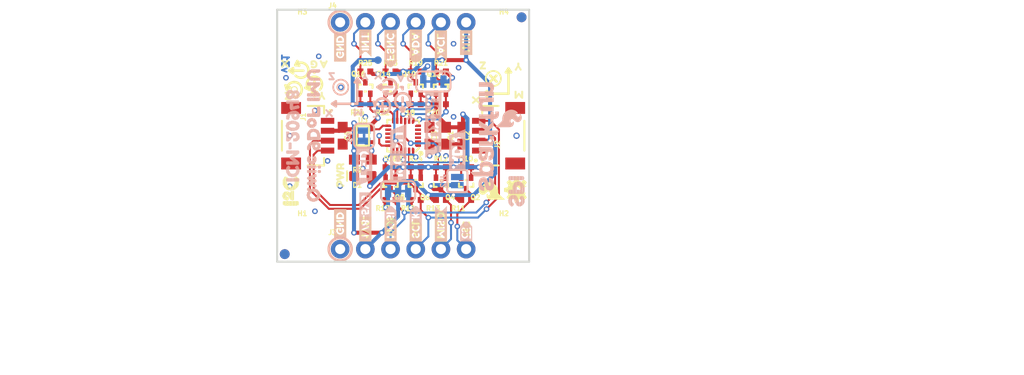
<source format=kicad_pcb>
(kicad_pcb (version 20211014) (generator pcbnew)
  (layers (0 "F.Cu" signal) (31 "B.Cu" signal) (34 "B.Paste" user) (35 "F.Paste" user) (36 "B.SilkS" user "B.Silkscreen") (37 "F.SilkS" user "F.Silkscreen") (38 "B.Mask" user) (39 "F.Mask" user) (44 "Edge.Cuts" user))
  (net 0 "")
  (net 1 "GND")
  (net 2 "N$1")
  (net 3 "INT")
  (net 4 "FSYNC")
  (net 5 "AD0/SDO")
  (net 6 "SDA/SDI")
  (net 7 "SCL/SCLK")
  (net 8 "~{CS}")
  (net 9 "AUX_DA")
  (net 10 "AUX_CL")
  (net 11 "1.8V")
  (net 12 "VIN")
  (net 13 "AUX_CL_VIN")
  (net 14 "AUX_DA_VIN")
  (net 15 "AD0/SDO_VIN")
  (net 16 "SDA/SDI_VIN")
  (net 17 "SCL/SCLK_VIN")
  (net 18 "~{CS}_VIN")
  (net 19 "FSYNC_VIN")
  (net 20 "INT_VIN")
  (net 21 "N$9")
  (net 22 "N$10")
  (net 23 "N$4")
  (net 24 "N$5")
  (net 25 "N$2")
  (net 26 "N$3")
  (footprint "boardEagle:SOT-416FL" (layer "F.Cu") (at 147.2311 99.6696)
    (fp_text reference "Q14")
    (fp_text value "20V/0.2A/8MHz/1.2Ω/1Vth")
  )
  (footprint "boardEagle:INT3" (layer "F.Cu") (at 144.6911 97.1296 90)
    (fp_text reference "U$21" hide)
    (fp_text value "" hide)
  )
  (footprint "boardEagle:Z2" (layer "F.Cu") (at 137.9093 100.9904 180)
    (fp_text reference "U$36" hide)
    (fp_text value "" hide)
  )
  (footprint "boardEagle:STAND-OFF" (layer "F.Cu") (at 138.3411 94.8436)
    (fp_text reference "H3")
    (fp_text value "STAND-OFF")
  )
  (footprint "boardEagle:0402-TIGHT" (layer "F.Cu") (at 154.8511 108.1786)
    (fp_text reference "R10")
    (fp_text value "2.2k")
  )
  (footprint "boardEagle:AD012" (layer "F.Cu") (at 152.3111 116.0526 90)
    (fp_text reference "U$17" hide)
    (fp_text value "" hide)
  )
  (footprint "boardEagle:ACL1" (layer "F.Cu") (at 152.3111 97.5106 90)
    (fp_text reference "U$19" hide)
    (fp_text value "" hide)
  )
  (footprint "boardEagle:0402-TIGHT" (layer "F.Cu") (at 149.7711 108.1786)
    (fp_text reference "R14")
    (fp_text value "2.2k")
  )
  (footprint "boardEagle:GND4" (layer "F.Cu") (at 142.1511 97.8916 90)
    (fp_text reference "U$24" hide)
    (fp_text value "" hide)
  )
  (footprint "boardEagle:X0" (layer "F.Cu") (at 155.8419 102.4804 90)
    (fp_text reference "U$40" hide)
    (fp_text value "" hide)
  )
  (footprint "boardEagle:0402-TIGHT" (layer "F.Cu") (at 144.6911 98.5266)
    (fp_text reference "R25")
    (fp_text value "2.2k")
  )
  (footprint "boardEagle:Z2" (layer "F.Cu") (at 155.4947 97.9172)
    (fp_text reference "U$42" hide)
    (fp_text value "" hide)
  )
  (footprint "boardEagle:0402-TIGHT" (layer "F.Cu") (at 152.3111 108.1786)
    (fp_text reference "R12")
    (fp_text value "2.2k")
  )
  (footprint "boardEagle:NC17" (layer "F.Cu") (at 154.8511 115.7986 90)
    (fp_text reference "U$14" hide)
    (fp_text value "" hide)
  )
  (footprint "boardEagle:0603" (layer "F.Cu") (at 142.4051 105.0036 -90)
    (fp_text reference "C4")
    (fp_text value "1.0uF")
  )
  (footprint "boardEagle:JST04_1MM_RA" (layer "F.Cu") (at 140.8811 105.0036 -90)
    (fp_text reference "J1")
    (fp_text value "")
  )
  (footprint "boardEagle:STAND-OFF" (layer "F.Cu") (at 158.6611 115.1636)
    (fp_text reference "H2")
    (fp_text value "STAND-OFF")
  )
  (footprint "boardEagle:DA2" (layer "F.Cu") (at 147.2311 116.0526 90)
    (fp_text reference "U$16" hide)
    (fp_text value "" hide)
  )
  (footprint "boardEagle:QFN24-3X3" (layer "F.Cu") (at 148.5011 105.0036 180)
    (fp_text reference "U2")
    (fp_text value "9DoF IMU")
  )
  (footprint "boardEagle:SOT-416FL" (layer "F.Cu") (at 154.8511 110.3376 180)
    (fp_text reference "Q2")
    (fp_text value "20V/0.2A/8MHz/1.2Ω/1Vth")
  )
  (footprint "boardEagle:GND4" (layer "F.Cu") (at 142.1511 115.6716 90)
    (fp_text reference "U$22" hide)
    (fp_text value "" hide)
  )
  (footprint "boardEagle:Y1" (layer "F.Cu") (at 161.1417 98.0438 180)
    (fp_text reference "U$41" hide)
    (fp_text value "" hide)
  )
  (footprint "boardEagle:SOT-416FL" (layer "F.Cu") (at 149.7711 110.3376 180)
    (fp_text reference "Q6")
    (fp_text value "20V/0.2A/8MHz/1.2Ω/1Vth")
  )
  (footprint "boardEagle:SOT-416FL" (layer "F.Cu") (at 152.3111 99.6696)
    (fp_text reference "Q12")
    (fp_text value "20V/0.2A/8MHz/1.2Ω/1Vth")
  )
  (footprint "boardEagle:A4" (layer "F.Cu") (at 141.5923 97.8154 180)
    (fp_text reference "U$38" hide)
    (fp_text value "" hide)
  )
  (footprint "boardEagle:0402-TIGHT" (layer "F.Cu") (at 147.2311 98.5266)
    (fp_text reference "R23")
    (fp_text value "2.2k")
  )
  (footprint "boardEagle:M3" (layer "F.Cu") (at 161.3195 100.8886 180)
    (fp_text reference "U$39" hide)
    (fp_text value "" hide)
  )
  (footprint "boardEagle:1X06_NO_SILK" (layer "F.Cu") (at 142.1511 116.4336)
    (fp_text reference "J3")
    (fp_text value "")
  )
  (footprint "boardEagle:0402-TIGHT" (layer "F.Cu") (at 154.8511 111.4806 180)
    (fp_text reference "R11")
    (fp_text value "2.2k")
  )
  (footprint "boardEagle:LED-0603" (layer "F.Cu") (at 144.4371 109.0676 180)
    (fp_text reference "D1")
    (fp_text value "RED")
  )
  (footprint "boardEagle:0603" (layer "F.Cu") (at 144.4371 107.4166 180)
    (fp_text reference "R9")
    (fp_text value "220")
  )
  (footprint "boardEagle:0402-TIGHT" (layer "F.Cu") (at 152.3111 111.4806 180)
    (fp_text reference "R13")
    (fp_text value "2.2k")
  )
  (footprint "boardEagle:OSHW-LOGO-MINI" (layer "F.Cu") (at 159.9311 110.4646 90)
    (fp_text reference "LOGO2" hide)
    (fp_text value "OSHW-LOGOMINI" hide)
  )
  (footprint "boardEagle:0603" (layer "F.Cu") (at 154.4701 105.0036 -90)
    (fp_text reference "C2")
    (fp_text value "0.1uF")
  )
  (footprint "boardEagle:VIN5" (layer "F.Cu") (at 144.6911 116.0526 90)
    (fp_text reference "U$13" hide)
    (fp_text value "" hide)
  )
  (footprint "boardEagle:PWR0" (layer "F.Cu") (at 142.1511 110.8456 90)
    (fp_text reference "U$3" hide)
    (fp_text value "" hide)
  )
  (footprint "boardEagle:1X06_NO_SILK" (layer "F.Cu") (at 142.1511 93.5736)
    (fp_text reference "J4")
    (fp_text value "")
  )
  (footprint "boardEagle:I#C1" (layer "F.Cu") (at 137.1727 113.4491 90)
    (fp_text reference "U$45" hide)
    (fp_text value "" hide)
  )
  (footprint "boardEagle:SC70" (layer "F.Cu") (at 144.4371 105.0036 -90)
    (fp_text reference "U3")
    (fp_text value "1.8V/100mA")
  )
  (footprint "boardEagle:FSNC2" (layer "F.Cu") (at 147.2311 98.1456 90)
    (fp_text reference "U$20" hide)
    (fp_text value "" hide)
  )
  (footprint "boardEagle:0402-TIGHT" (layer "F.Cu") (at 147.2311 111.4806 180)
    (fp_text reference "R17")
    (fp_text value "2.2k")
  )
  (footprint "boardEagle:0402-TIGHT" (layer "F.Cu") (at 147.2311 108.1786)
    (fp_text reference "R16")
    (fp_text value "2.2k")
  )
  (footprint "boardEagle:0402-TIGHT" (layer "F.Cu") (at 149.7711 111.4806 180)
    (fp_text reference "R15")
    (fp_text value "2.2k")
  )
  (footprint "boardEagle:0402-TIGHT" (layer "F.Cu") (at 149.7711 98.5266)
    (fp_text reference "R19")
    (fp_text value "2.2k")
  )
  (footprint "boardEagle:CREATIVE_COMMONS" (layer "F.Cu") (at 128.1811 128.1176)
    (fp_text reference "FRAME2" hide)
    (fp_text value "FRAME-LEDGER" hide)
  )
  (footprint "boardEagle:0402-TIGHT" (layer "F.Cu") (at 152.3111 101.8286 180)
    (fp_text reference "R20")
    (fp_text value "2.2k")
  )
  (footprint "boardEagle:FIDUCIAL-1X2" (layer "F.Cu") (at 160.4391 93.0656)
    (fp_text reference "FD1" hide)
    (fp_text value "FIDUCIAL1X2" hide)
  )
  (footprint "boardEagle:G5" (layer "F.Cu") (at 140.5763 97.8154 180)
    (fp_text reference "U$37" hide)
    (fp_text value "" hide)
  )
  (footprint "boardEagle:STAND-OFF" (layer "F.Cu") (at 138.3411 115.1636)
    (fp_text reference "H1")
    (fp_text value "STAND-OFF")
  )
  (footprint "boardEagle:SOT-416FL" (layer "F.Cu") (at 147.2311 110.3376 180)
    (fp_text reference "Q8")
    (fp_text value "20V/0.2A/8MHz/1.2Ω/1Vth")
  )
  (footprint "boardEagle:SOT-416FL" (layer "F.Cu") (at 149.7711 99.6696)
    (fp_text reference "Q10")
    (fp_text value "20V/0.2A/8MHz/1.2Ω/1Vth")
  )
  (footprint "boardEagle:X0" (layer "F.Cu") (at 137.6553 97.7392 180)
    (fp_text reference "U$34" hide)
    (fp_text value "" hide)
  )
  (footprint "boardEagle:0402-TIGHT" (layer "F.Cu") (at 149.7711 101.8286 180)
    (fp_text reference "R18")
    (fp_text value "2.2k")
  )
  (footprint "boardEagle:FIDUCIAL-1X2" (layer "F.Cu") (at 136.5631 116.9416)
    (fp_text reference "FD4" hide)
    (fp_text value "FIDUCIAL1X2" hide)
  )
  (footprint "boardEagle:ADA0" (layer "F.Cu") (at 149.7711 97.6376 90)
    (fp_text reference "U$18" hide)
    (fp_text value "" hide)
  )
  (footprint "boardEagle:0402-TIGHT" (layer "F.Cu") (at 144.6911 101.8286 180)
    (fp_text reference "R24")
    (fp_text value "2.2k")
  )
  (footprint "boardEagle:STAND-OFF" (layer "F.Cu") (at 158.6611 94.8436)
    (fp_text reference "H4")
    (fp_text value "STAND-OFF")
  )
  (footprint "boardEagle:0402-TIGHT" (layer "F.Cu") (at 152.3111 98.5266)
    (fp_text reference "R21")
    (fp_text value "2.2k")
  )
  (footprint "boardEagle:0603" (layer "F.Cu") (at 152.8191 105.0036 -90)
    (fp_text reference "C1")
    (fp_text value "1.0uF")
  )
  (footprint "boardEagle:CL4" (layer "F.Cu") (at 149.7711 116.0526 90)
    (fp_text reference "U$15" hide)
    (fp_text value "" hide)
  )
  (footprint "boardEagle:SOT-416FL" (layer "F.Cu") (at 144.6911 99.6696)
    (fp_text reference "Q16")
    (fp_text value "20V/0.2A/8MHz/1.2Ω/1Vth")
  )
  (footprint "boardEagle:JST04_1MM_RA" (layer "F.Cu") (at 156.1211 105.0036 90)
    (fp_text reference "J2")
    (fp_text value "")
  )
  (footprint "boardEagle:Y1" (layer "F.Cu") (at 141.3383 100.9904 180)
    (fp_text reference "U$35" hide)
    (fp_text value "" hide)
  )
  (footprint "boardEagle:0402-TIGHT" (layer "F.Cu") (at 147.2311 101.8286 180)
    (fp_text reference "R22")
    (fp_text value "2.2k")
  )
  (footprint "boardEagle:0603" (layer "F.Cu") (at 151.1681 105.0036 -90)
    (fp_text reference "C3")
    (fp_text value "0.1uF")
  )
  (footprint "boardEagle:SFE_LOGO_FLAME_.1" (layer "F.Cu") (at 157.3911 110.5916 90)
    (fp_text reference "U$28" hide)
    (fp_text value "" hide)
  )
  (footprint "boardEagle:SOT-416FL" (layer "F.Cu") (at 152.3111 110.3376 180)
    (fp_text reference "Q4")
    (fp_text value "20V/0.2A/8MHz/1.2Ω/1Vth")
  )
  (footprint "boardEagle:VIN5" (layer "F.Cu") (at 154.8511 97.2566 90)
    (fp_text reference "U$30" hide)
    (fp_text value "" hide)
  )
  (footprint "boardEagle:GND4" (layer "B.Cu") (at 142.1511 97.8916 90)
    (fp_text reference "U$2" hide)
    (fp_text value "" hide)
  )
  (footprint "boardEagle:1V8#5V57" (layer "B.Cu") (at 144.6911 116.0526 90)
    (fp_text reference "U$12" hide)
    (fp_text value "" hide)
  )
  (footprint "boardEagle:PAD.03X.03" (layer "B.Cu") (at 145.9611 97.3836 180)
    (fp_text reference "TP1" hide)
    (fp_text value "1.8V" hide)
  )
  (footprint "boardEagle:SMT-JUMPER_2_NC_TRACE_SILK" (layer "B.Cu") (at 144.5641 105.0036 -90)
    (fp_text reference "JP5")
    (fp_text value "LED")
  )
  (footprint "boardEagle:INT3" (layer "B.Cu") (at 144.6911 97.1296 90)
    (fp_text reference "U$4" hide)
    (fp_text value "" hide)
  )
  (footprint "boardEagle:SMT-JUMPER_3_2-NC_TRACE_SILK" (layer "B.Cu") (at 147.9931 110.5916)
    (fp_text reference "JP4")
    (fp_text value "I2C PU")
  )
  (footprint "boardEagle:M3" (layer "B.Cu") (at 142.7947 102.6666)
    (fp_text reference "U$49" hide)
    (fp_text value "" hide)
  )
  (footprint "boardEagle:A4" (layer "B.Cu") (at 147.1549 99.2124)
    (fp_text reference "U$61" hide)
    (fp_text value "" hide)
  )
  (footprint "boardEagle:ACL1" (layer "B.Cu") (at 152.3111 97.5106 90)
    (fp_text reference "U$6" hide)
    (fp_text value "" hide)
  )
  (footprint "boardEagle:Z2" (layer "B.Cu") (at 146.7993 102.7938 180)
    (fp_text reference "U$59" hide)
    (fp_text value "" hide)
  )
  (footprint "boardEagle:MOSI14" (layer "B.Cu") (at 147.2311 116.0526 90)
    (fp_text reference "U$9" hide)
    (fp_text value "" hide)
  )
  (footprint "boardEagle:VIN5" (layer "B.Cu") (at 154.8511 97.2566 90)
    (fp_text reference "U$44" hide)
    (fp_text value "" hide)
  )
  (footprint "boardEagle:GND4" (layer "B.Cu") (at 142.1511 115.6716 90)
    (fp_text reference "U$1" hide)
    (fp_text value "" hide)
  )
  (footprint "boardEagle:#CS16" (layer "B.Cu") (at 154.8511 116.1796 90)
    (fp_text reference "U$11" hide)
    (fp_text value "" hide)
  )
  (footprint "boardEagle:X0" (layer "B.Cu") (at 139.9753 102.7428)
    (fp_text reference "U$50" hide)
    (fp_text value "" hide)
  )
  (footprint "boardEagle:Z2" (layer "B.Cu") (at 140.2547 99.009)
    (fp_text reference "U$52" hide)
    (fp_text value "" hide)
  )
  (footprint "boardEagle:SMT-JUMPER_3_2-NC_TRACE_SILK" (layer "B.Cu") (at 151.5491 99.5426 180)
    (fp_text reference "JP3")
    (fp_text value "AUX")
  )
  (footprint "boardEagle:ADA0" (layer "B.Cu") (at 149.7711 97.6376 90)
    (fp_text reference "U$7" hide)
    (fp_text value "" hide)
  )
  (footprint "boardEagle:AUX_PU24" (layer "B.Cu") (at 151.5491 107.2896 90)
    (fp_text reference "U$27" hide)
    (fp_text value "" hide)
  )
  (footprint "boardEagle:LED23" (layer "B.Cu") (at 144.5641 110.2106 90)
    (fp_text reference "U$29" hide)
    (fp_text value "" hide)
  )
  (footprint "boardEagle:SPI19" (layer "B.Cu") (at 159.9311 113.5126 90)
    (fp_text reference "U$26" hide)
    (fp_text value "" hide)
  )
  (footprint "boardEagle:FSNC2" (layer "B.Cu") (at 147.2311 98.1456 90)
    (fp_text reference "U$5" hide)
    (fp_text value "" hide)
  )
  (footprint "boardEagle:FIDUCIAL-1X2" (layer "B.Cu") (at 136.5631 116.9416 180)
    (fp_text reference "FD3" hide)
    (fp_text value "FIDUCIAL1X2" hide)
  )
  (footprint "boardEagle:ICM#2094820" (layer "B.Cu") (at 137.3886 110.7821 90)
    (fp_text reference "U$31" hide)
    (fp_text value "" hide)
  )
  (footprint "boardEagle:X0" (layer "B.Cu") (at 147.0533 98.933 180)
    (fp_text reference "U$57" hide)
    (fp_text value "" hide)
  )
  (footprint "boardEagle:FIDUCIAL-1X2" (layer "B.Cu") (at 160.4391 93.0656 180)
    (fp_text reference "FD2" hide)
    (fp_text value "FIDUCIAL1X2" hide)
  )
  (footprint "boardEagle:G5" (layer "B.Cu") (at 148.1709 99.2124)
    (fp_text reference "U$60" hide)
    (fp_text value "" hide)
  )
  (footprint "boardEagle:SMT-JUMPER_2_NO_SILK" (layer "B.Cu") (at 153.9621 109.5756 -90)
    (fp_text reference "JP2")
    (fp_text value "ADR")
  )
  (footprint "boardEagle:QWIIC_9DOF_IMU_0" (layer "B.Cu") (at 139.4841 112.8141 90)
    (fp_text reference "U$43" hide)
    (fp_text value "" hide)
  )
  (footprint "boardEagle:I2C_PU21" (layer "B.Cu") (at 147.9931 110.0836 90)
    (fp_text reference "U$25" hide)
    (fp_text value "" hide)
  )
  (footprint "boardEagle:MISO13" (layer "B.Cu") (at 152.3111 116.0526 90)
    (fp_text reference "U$8" hide)
    (fp_text value "" hide)
  )
  (footprint "boardEagle:Y1" (layer "B.Cu") (at 148.1709 103.0224)
    (fp_text reference "U$58" hide)
    (fp_text value "" hide)
  )
  (footprint "boardEagle:Y1" (layer "B.Cu") (at 143.6075 99.0598)
    (fp_text reference "U$51" hide)
    (fp_text value "" hide)
  )
  (footprint "boardEagle:ADR2" (layer "B.Cu") (at 153.9621 109.0676 90)
    (fp_text reference "U$23" hide)
    (fp_text value "" hide)
  )
  (footprint "boardEagle:SCLK15" (layer "B.Cu") (at 149.7711 116.0526 90)
    (fp_text reference "U$10" hide)
    (fp_text value "" hide)
  )
  (footprint "boardEagle:SFE_LOGO_NAME_FLAME_.1" (layer "B.Cu") (at 156.7561 105.0036 90)
    (fp_text reference "LOGO1" hide)
    (fp_text value "SFE_LOGO_NAME_FLAME.1_INCH" hide)
  )
  (gr_line (start 145.9103 100.1014) (end 147.3835 100.1014) (layer "B.SilkS") (width 0.254))
  (gr_line (start 143.8781 101.7864) (end 143.8781 99.2464) (layer "B.SilkS") (width 0.254))
  (gr_circle (center 142.2146 100.1141) (end 142.9766 100.1141) (layer "B.SilkS") (width 0.1778) (fill none))
  (gr_line (start 144.1321 99.6274) (end 143.8781 99.2464) (layer "B.SilkS") (width 0.254))
  (gr_line (start 148.9837 102.0064) (end 148.8821 101.6254) (layer "B.SilkS") (width 0.254))
  (gr_line (start 145.9103 100.1014) (end 146.2913 100.3554) (layer "B.SilkS") (width 0.254))
  (gr_line (start 149.3901 101.8286) (end 148.9837 102.0064) (layer "B.SilkS") (width 0.254))
  (gr_line (start 145.9865 101.7778) (end 145.5293 101.5746) (layer "B.SilkS") (width 0.254))
  (gr_line (start 146.7485 100.965) (end 146.5453 100.6094) (layer "B.SilkS") (width 0.254))
  (gr_line (start 146.2913 99.8474) (end 145.9103 100.1014) (layer "B.SilkS") (width 0.254))
  (gr_line (start 146.2913 100.3554) (end 146.2913 99.8474) (layer "B.SilkS") (width 0.254))
  (gr_line (start 148.4503 100.1014) (end 148.4503 100.33) (layer "B.SilkS") (width 0.254))
  (gr_line (start 148.4503 100.1014) (end 148.2471 100.1014) (layer "B.SilkS") (width 0.254))
  (gr_circle (center 142.1511 116.4336) (end 143.303093 116.4336) (layer "B.SilkS") (width 0.254) (fill none))
  (gr_arc (start 147.929646 102.029385) (mid 148.425037 100.711421) (end 149.006684 101.993657) (layer "B.SilkS") (width 0.254))
  (gr_line (start 148.7043 102.2604) (end 148.1963 102.2604) (layer "B.SilkS") (width 0.254))
  (gr_line (start 146.5453 100.584) (end 146.9517 100.5078) (layer "B.SilkS") (width 0.254))
  (gr_line (start 145.7579 101.7778) (end 145.6817 101.6762) (layer "B.SilkS") (width 0.254))
  (gr_arc (start 145.6563 102.0064) (mid 146.957115 101.467585) (end 146.4183 102.7684) (layer "B.SilkS") (width 0.254))
  (gr_line (start 143.8781 101.7864) (end 141.3381 101.7864) (layer "B.SilkS") (width 0.254))
  (gr_line (start 141.3381 101.7864) (end 141.7191 102.0404) (layer "B.SilkS") (width 0.254))
  (gr_line (start 148.4503 102.6414) (end 148.4503 101.1428) (layer "B.SilkS") (width 0.254))
  (gr_line (start 148.8821 101.6254) (end 149.3901 101.8286) (layer "B.SilkS") (width 0.254))
  (gr_line (start 145.6563 102.0064) (end 145.9865 101.7778) (layer "B.SilkS") (width 0.254))
  (gr_line (start 141.7191 101.5324) (end 141.3381 101.7864) (layer "B.SilkS") (width 0.254))
  (gr_line (start 146.7737 102.040363) (end 146.062496 102.040357) (layer "B.SilkS") (width 0.254))
  (gr_line (start 143.6241 99.6274) (end 144.1321 99.6274) (layer "B.SilkS") (width 0.254))
  (gr_circle (center 142.1511 93.5736) (end 143.303093 93.5736) (layer "B.SilkS") (width 0.254) (fill none))
  (gr_line (start 148.4503 102.6414) (end 148.7043 102.2604) (layer "B.SilkS") (width 0.254))
  (gr_line (start 141.7191 102.0404) (end 141.7191 101.5324) (layer "B.SilkS") (width 0.254))
  (gr_arc (start 146.522315 99.529947) (mid 147.840279 100.025338) (end 146.558043 100.606985) (layer "B.SilkS") (width 0.254))
  (gr_line (start 145.5293 101.5746) (end 145.6563 102.0064) (layer "B.SilkS") (width 0.254))
  (gr_line (start 148.1963 102.2604) (end 148.4503 102.6414) (layer "B.SilkS") (width 0.254))
  (gr_line (start 145.7833 101.8794) (end 145.6563 101.8794) (layer "B.SilkS") (width 0.127))
  (gr_line (start 143.8781 99.2464) (end 143.6241 99.6274) (layer "B.SilkS") (width 0.254))
  (gr_line (start 146.418103 101.684766) (end 146.418103 102.421369) (layer "B.SilkS") (width 0.254))
  (gr_circle (center 142.2146 100.1141) (end 142.5956 100.1141) (layer "B.SilkS") (width 0) (fill none))
  (gr_line (start 146.9517 100.5078) (end 146.7485 100.965) (layer "B.SilkS") (width 0.254))
  (gr_circle (center 142.1511 116.4336) (end 143.303093 116.4336) (layer "F.SilkS") (width 0.254) (fill none))
  (gr_line (start 159.1181 98.2304) (end 158.8641 98.6114) (layer "F.SilkS") (width 0.254))
  (gr_line (start 137.0965 100.1268) (end 136.6393 99.9236) (layer "F.SilkS") (width 0.254))
  (gr_line (start 139.09835 99.981091) (end 138.637587 100.176079) (layer "F.SilkS") (width 0.254))
  (gr_line (start 137.4013 98.1964) (end 137.0203 98.4504) (layer "F.SilkS") (width 0.254))
  (gr_line (start 139.3063 100.6094) (end 139.5603 100.9904) (layer "F.SilkS") (width 0.254))
  (gr_line (start 156.5781 100.7704) (end 156.9591 101.0244) (layer "F.SilkS") (width 0.254))
  (gr_line (start 137.0457 98.4504) (end 138.4427 98.4504) (layer "F.SilkS") (width 0.254))
  (gr_line (start 159.3721 98.6114) (end 159.1181 98.2304) (layer "F.SilkS") (width 0.254))
  (gr_line (start 136.6393 99.9236) (end 136.7663 100.3554) (layer "F.SilkS") (width 0.254))
  (gr_line (start 136.7663 100.3554) (end 137.0965 100.1268) (layer "F.SilkS") (width 0.254))
  (gr_circle (center 137.5283 100.3554) (end 137.8331 100.3554) (layer "F.SilkS") (width 0) (fill none))
  (gr_line (start 136.8933 100.2284) (end 136.7663 100.2284) (layer "F.SilkS") (width 0.127))
  (gr_circle (center 157.5943 99.2378) (end 158.3563 99.2378) (layer "F.SilkS") (width 0.1778) (fill none))
  (gr_line (start 139.5603 98.4504) (end 139.3571 98.4504) (layer "F.SilkS") (width 0.254))
  (gr_line (start 137.632315 97.878947) (end 138.029609 97.93765) (layer "F.SilkS") (width 0.254))
  (gr_line (start 137.4013 98.7044) (end 137.4013 98.1964) (layer "F.SilkS") (width 0.254))
  (gr_line (start 136.8679 100.1268) (end 136.7917 100.0252) (layer "F.SilkS") (width 0.254))
  (gr_line (start 158.8641 98.6114) (end 159.3721 98.6114) (layer "F.SilkS") (width 0.254))
  (gr_line (start 157.8989 98.941563) (end 157.289296 99.551157) (layer "F.SilkS") (width 0.254))
  (gr_line (start 156.9591 101.0244) (end 156.9591 100.5164) (layer "F.SilkS") (width 0.254))
  (gr_line (start 139.8143 100.6094) (end 139.3063 100.6094) (layer "F.SilkS") (width 0.254))
  (gr_line (start 139.5603 98.4504) (end 139.5603 98.6536) (layer "F.SilkS") (width 0.254))
  (gr_line (start 137.834621 97.476888) (end 137.632315 97.878947) (layer "F.SilkS") (width 0.254))
  (gr_line (start 156.9591 100.5164) (end 156.5781 100.7704) (layer "F.SilkS") (width 0.254))
  (gr_line (start 159.1181 100.7704) (end 159.1181 98.2304) (layer "F.SilkS") (width 0.254))
  (gr_line (start 157.289303 98.941566) (end 157.924303 99.551169) (layer "F.SilkS") (width 0.254))
  (gr_circle (center 142.1511 93.5736) (end 143.292121 93.5736) (layer "F.SilkS") (width 0.254) (fill none))
  (gr_line (start 137.0203 98.4504) (end 137.4013 98.7044) (layer "F.SilkS") (width 0.254))
  (gr_line (start 139.5603 100.9904) (end 139.8143 100.6094) (layer "F.SilkS") (width 0.254))
  (gr_line (start 139.5603 99.568) (end 139.5603 100.9904) (layer "F.SilkS") (width 0.254))
  (gr_line (start 138.637587 100.176079) (end 139.039646 100.378385) (layer "F.SilkS") (width 0.254))
  (gr_arc (start 137.632315 97.878947) (mid 138.950279 98.374338) (end 137.668043 98.955985) (layer "F.SilkS") (width 0.254))
  (gr_line (start 138.029609 97.93765) (end 137.834621 97.476888) (layer "F.SilkS") (width 0.254))
  (gr_arc (start 136.7663 100.3554) (mid 138.067115 99.816585) (end 137.5283 101.1174) (layer "F.SilkS") (width 0.254))
  (gr_arc (start 139.039646 100.378385) (mid 139.535037 99.060421) (end 140.116684 100.342657) (layer "F.SilkS") (width 0.254))
  (gr_line (start 139.039646 100.378385) (end 139.09835 99.981091) (layer "F.SilkS") (width 0.254))
  (gr_line (start 159.1181 100.7704) (end 156.5781 100.7704) (layer "F.SilkS") (width 0.254))
  (gr_line (start 135.8011 92.3036) (end 161.2011 92.3036) (layer "Edge.Cuts") (width 0.2032))
  (gr_line (start 161.2011 117.7036) (end 135.8011 117.7036) (layer "Edge.Cuts") (width 0.2032))
  (gr_line (start 161.2011 92.3036) (end 161.2011 117.7036) (layer "Edge.Cuts") (width 0.2032))
  (gr_line (start 135.8011 117.7036) (end 135.8011 92.3036) (layer "Edge.Cuts") (width 0.2032))
  (gr_text "v31" (at 136.1821 98.7806 -90) (layer "B.Cu") (effects (font (size 0.7112 0.7112) (thickness 0.1778)) (justify left bottom mirror)))
  (segment (start 143.6121 105.0036) (end 143.2551 105.0036) (width 0.4064) (layer "F.Cu") (net 1))
  (segment (start 146.9486 106.0036) (end 146.3261 106.0036) (width 0.2032) (layer "F.Cu") (net 1))
  (segment (start 143.2551 105.0036) (end 142.4051 105.8536) (width 0.4064) (layer "F.Cu") (net 1))
  (segment (start 154.4701 105.8536) (end 152.8191 105.8536) (width 0.4064) (layer "F.Cu") (net 1))
  (segment (start 146.0881 105.7656) (end 146.0881 105.0036) (width 0.2032) (layer "F.Cu") (net 1))
  (segment (start 146.3261 106.0036) (end 146.0881 105.7656) (width 0.2032) (layer "F.Cu") (net 1))
  (segment (start 152.8191 105.8536) (end 151.1681 105.8536) (width 0.4064) (layer "F.Cu") (net 1))
  (via (at 144.4371 108.3056) (size 0.5588) (drill 0.3048) (layers "F.Cu" "B.Cu") (net 1))
  (via (at 142.2273 100.1268) (size 0.5588) (drill 0.3048) (layers "F.Cu" "B.Cu") (net 1))
  (via (at 159.9311 105.0036) (size 0.635) (drill 0.381) (layers "F.Cu" "B.Cu") (net 1))
  (via (at 151.1681 107.0356) (size 0.5588) (drill 0.3048) (layers "F.Cu" "B.Cu") (net 1))
  (via (at 137.0711 110.0836) (size 0.5588) (drill 0.3048) (layers "F.Cu" "B.Cu") (net 1))
  (via (at 152.8191 107.0356) (size 0.5588) (drill 0.3048) (layers "F.Cu" "B.Cu") (net 1))
  (via (at 136.6901 99.1616) (size 0.5588) (drill 0.3048) (layers "F.Cu" "B.Cu") (net 1))
  (via (at 137.0711 105.0036) (size 0.5588) (drill 0.3048) (layers "F.Cu" "B.Cu") (net 1))
  (via (at 142.1511 110.0836) (size 0.5588) (drill 0.3048) (layers "F.Cu" "B.Cu") (net 1))
  (via (at 140.8811 107.5436) (size 0.5588) (drill 0.3048) (layers "F.Cu" "B.Cu") (net 1))
  (via (at 139.6111 112.6236) (size 0.5588) (drill 0.3048) (layers "F.Cu" "B.Cu") (net 1))
  (via (at 154.0891 98.1456) (size 0.5588) (drill 0.3048) (layers "F.Cu" "B.Cu") (net 1))
  (via (at 153.5811 103.0986) (size 0.5588) (drill 0.3048) (layers "F.Cu" "B.Cu") (net 1))
  (via (at 139.6111 102.4636) (size 0.5588) (drill 0.3048) (layers "F.Cu" "B.Cu") (net 1))
  (via (at 144.6911 103.0986) (size 0.5588) (drill 0.3048) (layers "F.Cu" "B.Cu") (net 1))
  (via (at 153.5811 95.7326) (size 0.5588) (drill 0.3048) (layers "F.Cu" "B.Cu") (net 1))
  (via (at 146.0881 105.0036) (size 0.5588) (drill 0.3048) (layers "F.Cu" "B.Cu") (net 1))
  (via (at 139.9921 97.0026) (size 0.5588) (drill 0.3048) (layers "F.Cu" "B.Cu") (net 1))
  (segment (start 151.0411 102.8446) (end 151.1681 102.9716) (width 0.2032) (layer "F.Cu") (net 2))
  (segment (start 148.3011 103.0226) (end 148.5011 102.8226) (width 0.2032) (layer "F.Cu") (net 2))
  (segment (start 148.3011 103.5036) (end 148.3011 103.0226) (width 0.2032) (layer "F.Cu") (net 2))
  (segment (start 151.1681 102.9716) (end 151.1681 104.1536) (width 0.2032) (layer "F.Cu") (net 2))
  (via (at 148.5011 102.8226) (size 0.5588) (drill 0.3048) (layers "F.Cu" "B.Cu") (net 2))
  (via (at 151.0411 102.8446) (size 0.5588) (drill 0.3048) (layers "F.Cu" "B.Cu") (net 2))
  (segment (start 151.0191 102.8226) (end 151.0411 102.8446) (width 0.2032) (layer "B.Cu") (net 2))
  (segment (start 148.5011 102.8226) (end 151.0191 102.8226) (width 0.2032) (layer "B.Cu") (net 2))
  (segment (start 145.1911 102.3286) (end 145.4531 102.5906) (width 0.2032) (layer "F.Cu") (net 3))
  (segment (start 145.1911 101.8286) (end 145.1911 102.3286) (width 0.2032) (layer "F.Cu") (net 3))
  (segment (start 147.2311 102.5906) (end 147.5011 102.8606) (width 0.2032) (layer "F.Cu") (net 3))
  (segment (start 145.1911 100.7696) (end 145.1911 101.8286) (width 0.2032) (layer "F.Cu") (net 3))
  (segment (start 147.5011 103.4511) (end 147.5011 102.8606) (width 0.2032) (layer "F.Cu") (net 3))
  (segment (start 145.4531 102.5906) (end 147.2311 102.5906) (width 0.2032) (layer "F.Cu") (net 3))
  (segment (start 147.7311 100.7696) (end 147.7311 101.8286) (width 0.2032) (layer "F.Cu") (net 4))
  (segment (start 147.9011 101.9986) (end 147.7311 101.8286) (width 0.2032) (layer "F.Cu") (net 4))
  (segment (start 147.9011 103.5036) (end 147.9011 101.9986) (width 0.2032) (layer "F.Cu") (net 4))
  (segment (start 152.0063 107.9834) (end 151.8111 108.1786) (width 0.2032) (layer "F.Cu") (net 5))
  (segment (start 151.8111 108.1786) (end 151.8111 109.2376) (width 0.2032) (layer "F.Cu") (net 5))
  (segment (start 148.7011 105.2036) (end 149.2631 105.7656) (width 0.2032) (layer "F.Cu") (net 5))
  (segment (start 152.0063 106.9086) (end 152.0063 107.9834) (width 0.2032) (layer "F.Cu") (net 5))
  (segment (start 148.7011 103.5036) (end 148.7011 105.2036) (width 0.2032) (layer "F.Cu") (net 5))
  (via (at 149.2631 105.7656) (size 0.5588) (drill 0.3048) (layers "F.Cu" "B.Cu") (net 5))
  (via (at 152.0063 106.9086) (size 0.5588) (drill 0.3048) (layers "F.Cu" "B.Cu") (net 5))
  (segment (start 152.0063 106.1466) (end 152.0063 106.9086) (width 0.2032) (layer "B.Cu") (net 5))
  (segment (start 151.6253 105.7656) (end 152.0063 106.1466) (width 0.2032) (layer "B.Cu") (net 5))
  (segment (start 149.2631 105.7656) (end 151.6253 105.7656) (width 0.2032) (layer "B.Cu") (net 5))
  (segment (start 146.7311 107.4246) (end 146.7311 108.1786) (width 0.2032) (layer "F.Cu") (net 6))
  (segment (start 149.5011 106.5561) (end 149.5011 106.8926) (width 0.2032) (layer "F.Cu") (net 6))
  (segment (start 146.7311 108.1786) (end 146.7311 109.2376) (width 0.2032) (layer "F.Cu") (net 6))
  (segment (start 146.7231 107.4166) (end 146.7311 107.4246) (width 0.2032) (layer "F.Cu") (net 6))
  (segment (start 149.5011 106.8926) (end 149.7711 107.1626) (width 0.2032) (layer "F.Cu") (net 6))
  (via (at 146.7231 107.4166) (size 0.5588) (drill 0.3048) (layers "F.Cu" "B.Cu") (net 6))
  (via (at 149.7711 107.1626) (size 0.5588) (drill 0.3048) (layers "F.Cu" "B.Cu") (net 6))
  (segment (start 149.5171 106.9086) (end 147.2311 106.9086) (width 0.2032) (layer "B.Cu") (net 6))
  (segment (start 149.7711 107.1626) (end 149.5171 106.9086) (width 0.2032) (layer "B.Cu") (net 6))
  (segment (start 147.2311 106.9086) (end 146.7231 107.4166) (width 0.2032) (layer "B.Cu") (net 6))
  (segment (start 149.2711 108.1786) (end 149.2711 109.2376) (width 0.2032) (layer "F.Cu") (net 7))
  (segment (start 149.1011 106.5036) (end 149.1011 108.0086) (width 0.2032) (layer "F.Cu") (net 7))
  (segment (start 149.1011 108.0086) (end 149.2711 108.1786) (width 0.2032) (layer "F.Cu") (net 7))
  (segment (start 154.3511 108.1786) (end 154.3511 109.2376) (width 0.2032) (layer "F.Cu") (net 8))
  (segment (start 154.3511 107.4246) (end 154.3511 108.1786) (width 0.2032) (layer "F.Cu") (net 8))
  (segment (start 148.7011 106.5036) (end 148.7011 107.2166) (width 0.2032) (layer "F.Cu") (net 8))
  (segment (start 154.3431 107.4166) (end 154.3511 107.4246) (width 0.2032) (layer "F.Cu") (net 8))
  (segment (start 148.7011 107.2166) (end 148.5011 107.4166) (width 0.2032) (layer "F.Cu") (net 8))
  (via (at 148.5011 107.4166) (size 0.5588) (drill 0.3048) (layers "F.Cu" "B.Cu") (net 8))
  (via (at 154.3431 107.4166) (size 0.5588) (drill 0.3048) (layers "F.Cu" "B.Cu") (net 8))
  (segment (start 148.7551 107.6706) (end 154.0891 107.6706) (width 0.2032) (layer "B.Cu") (net 8))
  (segment (start 154.0891 107.6706) (end 154.3431 107.4166) (width 0.2032) (layer "B.Cu") (net 8))
  (segment (start 148.5011 107.4166) (end 148.7551 107.6706) (width 0.2032) (layer "B.Cu") (net 8))
  (segment (start 148.3011 106.0736) (end 147.7391 105.5116) (width 0.2032) (layer "F.Cu") (net 9))
  (segment (start 150.2711 100.7696) (end 150.2711 101.8286) (width 0.2032) (layer "F.Cu") (net 9))
  (segment (start 148.3011 106.5036) (end 148.3011 106.0736) (width 0.2032) (layer "F.Cu") (net 9))
  (segment (start 150.5681 101.0666) (end 150.2711 100.7696) (width 0.2032) (layer "F.Cu") (net 9))
  (segment (start 151.0411 101.0666) (end 150.5681 101.0666) (width 0.2032) (layer "F.Cu") (net 9))
  (via (at 151.0411 101.0666) (size 0.5588) (drill 0.3048) (layers "F.Cu" "B.Cu") (net 9))
  (via (at 147.7391 105.5116) (size 0.5588) (drill 0.3048) (layers "F.Cu" "B.Cu") (net 9))
  (segment (start 151.5491 102.0826) (end 151.5491 101.5746) (width 0.2032) (layer "B.Cu") (net 9))
  (segment (start 147.6121 105.3846) (end 147.6121 102.5906) (width 0.2032) (layer "B.Cu") (net 9))
  (segment (start 147.6121 102.5906) (end 147.8661 102.3366) (width 0.2032) (layer "B.Cu") (net 9))
  (segment (start 147.7391 105.5116) (end 147.6121 105.3846) (width 0.2032) (layer "B.Cu") (net 9))
  (segment (start 151.2951 102.3366) (end 151.5491 102.0826) (width 0.2032) (layer "B.Cu") (net 9))
  (segment (start 151.5491 101.5746) (end 151.0411 101.0666) (width 0.2032) (layer "B.Cu") (net 9))
  (segment (start 147.8661 102.3366) (end 151.2951 102.3366) (width 0.2032) (layer "B.Cu") (net 9))
  (segment (start 149.5011 103.4511) (end 150.0536 103.4511) (width 0.2032) (layer "F.Cu") (net 10))
  (segment (start 152.8111 102.5826) (end 152.8111 101.8286) (width 0.2032) (layer "F.Cu") (net 10))
  (segment (start 152.8191 102.5906) (end 152.8111 102.5826) (width 0.2032) (layer "F.Cu") (net 10))
  (segment (start 150.0536 103.4511) (end 150.1521 103.3526) (width 0.2032) (layer "F.Cu") (net 10))
  (segment (start 152.8111 100.7696) (end 152.8111 101.8286) (width 0.2032) (layer "F.Cu") (net 10))
  (via (at 152.8191 102.5906) (size 0.5588) (drill 0.3048) (layers "F.Cu" "B.Cu") (net 10))
  (via (at 150.1521 103.3526) (size 0.5588) (drill 0.3048) (layers "F.Cu" "B.Cu") (net 10))
  (segment (start 152.0571 103.3526) (end 152.8191 102.5906) (width 0.2032) (layer "B.Cu") (net 10))
  (segment (start 150.1521 103.3526) (end 152.0571 103.3526) (width 0.2032) (layer "B.Cu") (net 10))
  (segment (start 145.3141 109.0676) (end 145.1483 109.2334) (width 0.4064) (layer "F.Cu") (net 11))
  (segment (start 150.2711 108.1786) (end 151.0411 108.1786) (width 0.4064) (layer "F.Cu") (net 11))
  (segment (start 155.3511 108.1786) (end 156.1211 108.1786) (width 0.4064) (layer "F.Cu") (net 11))
  (segment (start 152.8111 108.1786) (end 152.8111 109.2376) (width 0.2032) (layer "F.Cu") (net 11))
  (segment (start 152.8191 103.8996) (end 151.8111 102.8916) (width 0.4064) (layer "F.Cu") (net 11))
  (segment (start 151.8111 100.7696) (end 151.8111 101.8286) (width 0.2032) (layer "F.Cu") (net 11))
  (segment (start 154.5336 104.1536) (end 154.4701 104.1536) (width 0.4064) (layer "F.Cu") (net 11))
  (segment (start 149.1011 103.5036) (end 149.1011 101.9986) (width 0.2032) (layer "F.Cu") (net 11))
  (segment (start 151.8111 101.8286) (end 151.0411 101.8286) (width 0.4064) (layer "F.Cu") (net 11))
  (segment (start 147.7311 108.1786) (end 148.5011 108.1786) (width 0.4064) (layer "F.Cu") (net 11))
  (segment (start 146.4531 104.0036) (end 146.1031 104.3536) (width 0.2032) (layer "F.Cu") (net 11))
  (segment (start 149.1011 101.9986) (end 149.2711 101.8286) (width 0.2032) (layer "F.Cu") (net 11))
  (segment (start 146.7311 100.7696) (end 146.7311 101.8286) (width 0.2032) (layer "F.Cu") (net 11))
  (segment (start 149.2711 100.7696) (end 149.2711 101.8286) (width 0.2032) (layer "F.Cu") (net 11))
  (segment (start 144.1911 101.8286) (end 143.4211 101.8286) (width 0.4064) (layer "F.Cu") (net 11))
  (segment (start 145.2621 103.9246) (end 145.9611 103.2256) (width 0.4064) (layer "F.Cu") (net 11))
  (segment (start 145.1483 109.2334) (end 145.1483 110.0836) (width 0.4064) (layer "F.Cu") (net 11))
  (segment (start 147.7311 108.1786) (end 147.7311 109.2376) (width 0.2032) (layer "F.Cu") (net 11))
  (segment (start 155.3511 108.1786) (end 155.3511 109.2376) (width 0.2032) (layer "F.Cu") (net 11))
  (segment (start 144.1911 100.7696) (end 144.1911 101.8286) (width 0.2032) (layer "F.Cu") (net 11))
  (segment (start 151.8111 101.8286) (end 151.8111 102.8916) (width 0.4064) (layer "F.Cu") (net 11))
  (segment (start 150.2711 108.1786) (end 150.2711 109.2376) (width 0.4064) (layer "F.Cu") (net 11))
  (segment (start 152.8191 104.1536) (end 152.8191 103.8996) (width 0.4064) (layer "F.Cu") (net 11))
  (segment (start 152.8111 108.1786) (end 153.5811 108.1786) (width 0.4064) (layer "F.Cu") (net 11))
  (segment (start 154.4701 104.1536) (end 152.8191 104.1536) (width 0.4064) (layer "F.Cu") (net 11))
  (segment (start 146.7311 101.8286) (end 145.9611 101.8286) (width 0.4064) (layer "F.Cu") (net 11))
  (segment (start 146.9486 104.0036) (end 146.4531 104.0036) (width 0.2032) (layer "F.Cu") (net 11))
  (segment (start 145.2621 104.3536) (end 145.2621 103.9246) (width 0.4064) (layer "F.Cu") (net 11))
  (segment (start 146.1031 104.3536) (end 145.2621 104.3536) (width 0.2032) (layer "F.Cu") (net 11))
  (segment (start 149.2711 101.8286) (end 148.5011 101.8286) (width 0.4064) (layer "F.Cu") (net 11))
  (segment (start 154.5336 102.8446) (end 154.5336 104.1536) (width 0.4064) (layer "F.Cu") (net 11))
  (via (at 151.0411 101.8286) (size 0.5588) (drill 0.3048) (layers "F.Cu" "B.Cu") (net 11))
  (via (at 145.9611 101.8286) (size 0.5588) (drill 0.3048) (layers "F.Cu" "B.Cu") (net 11))
  (via (at 143.4211 101.8286) (size 0.5588) (drill 0.3048) (layers "F.Cu" "B.Cu") (net 11))
  (via (at 148.5011 108.1786) (size 0.5588) (drill 0.3048) (layers "F.Cu" "B.Cu") (net 11))
  (via (at 151.0411 108.1786) (size 0.5588) (drill 0.3048) (layers "F.Cu" "B.Cu") (net 11))
  (via (at 145.9611 103.2256) (size 0.5588) (drill 0.3048) (layers "F.Cu" "B.Cu") (net 11))
  (via (at 153.5811 108.1786) (size 0.5588) (drill 0.3048) (layers "F.Cu" "B.Cu") (net 11))
  (via (at 148.5011 101.8286) (size 0.5588) (drill 0.3048) (layers "F.Cu" "B.Cu") (net 11))
  (via (at 154.5336 102.8446) (size 0.5588) (drill 0.3048) (layers "F.Cu" "B.Cu") (net 11))
  (via (at 156.1211 108.1786) (size 0.5588) (drill 0.3048) (layers "F.Cu" "B.Cu") (net 11))
  (via (at 145.1483 110.0836) (size 0.5588) (drill 0.3048) (layers "F.Cu" "B.Cu") (net 11))
  (segment (start 144.0561 97.3836) (end 145.9611 97.3836) (width 0.4064) (layer "B.Cu") (net 11))
  (segment (start 156.1211 108.1786) (end 154.9781 108.1786) (width 0.4064) (layer "B.Cu") (net 11))
  (segment (start 145.9611 101.8286) (end 148.5011 101.8286) (width 0.4064) (layer "B.Cu") (net 11))
  (segment (start 154.9781 103.2891) (end 154.9781 108.1786) (width 0.4064) (layer "B.Cu") (net 11))
  (segment (start 151.0411 108.1786) (end 148.5011 108.1786) (width 0.4064) (layer "B.Cu") (net 11))
  (segment (start 153.5811 108.1786) (end 151.0411 108.1786) (width 0.4064) (layer "B.Cu") (net 11))
  (segment (start 143.4211 101.8286) (end 143.4211 98.0186) (width 0.4064) (layer "B.Cu") (net 11))
  (segment (start 148.5011 101.8286) (end 151.0411 101.8286) (width 0.4064) (layer "B.Cu") (net 11))
  (segment (start 154.9781 108.1786) (end 153.5811 108.1786) (width 0.4064) (layer "B.Cu") (net 11))
  (segment (start 145.9611 103.2256) (end 145.9611 101.8286) (width 0.4064) (layer "B.Cu") (net 11))
  (segment (start 145.9611 101.8286) (end 143.4211 101.8286) (width 0.4064) (layer "B.Cu") (net 11))
  (segment (start 143.4211 98.0186) (end 144.0561 97.3836) (width 0.4064) (layer "B.Cu") (net 11))
  (segment (start 145.1483 110.0836) (end 147.0533 108.1786) (width 0.4064) (layer "B.Cu") (net 11))
  (segment (start 154.9781 103.2891) (end 154.5336 102.8446) (width 0.4064) (layer "B.Cu") (net 11))
  (segment (start 147.0533 108.1786) (end 148.5011 108.1786) (width 0.4064) (layer "B.Cu") (net 11))
  (segment (start 154.3511 111.4806) (end 154.0891 111.4806) (width 0.4064) (layer "F.Cu") (net 12))
  (segment (start 151.8111 111.4806) (end 151.5491 111.4806) (width 0.4064) (layer "F.Cu") (net 12))
  (segment (start 143.6121 104.3536) (end 143.6121 103.7976) (width 0.4064) (layer "F.Cu") (net 12))
  (segment (start 143.6121 106.4636) (end 143.5481 106.5276) (width 0.4064) (layer "F.Cu") (net 12))
  (segment (start 143.6121 104.3536) (end 142.6051 104.3536) (width 0.4064) (layer "F.Cu") (net 12))
  (segment (start 143.5481 114.7826) (end 146.3421 114.7826) (width 0.4064) (layer "F.Cu") (net 12))
  (segment (start 157.2641 105.5116) (end 157.2561 105.5036) (width 0.4064) (layer "F.Cu") (net 12))
  (segment (start 148.5011 98.5266) (end 147.7311 98.5266) (width 0.4064) (layer "F.Cu") (net 12))
  (segment (start 151.0411 110.9726) (end 151.5491 111.4806) (width 0.4064) (layer "F.Cu") (net 12))
  (segment (start 157.2561 105.5036) (end 156.1211 105.5036) (width 0.4064) (layer "F.Cu") (net 12))
  (segment (start 153.5811 110.9726) (end 154.0891 111.4806) (width 0.4064) (layer "F.Cu") (net 12))
  (segment (start 143.6121 103.7976) (end 143.5481 103.7336) (width 0.4064) (layer "F.Cu") (net 12))
  (segment (start 152.4381 97.3836) (end 154.8511 97.3836) (width 0.4064) (layer "F.Cu") (net 12))
  (segment (start 140.8811 104.5036) (end 142.0551 104.5036) (width 0.4064) (layer "F.Cu") (net 12))
  (segment (start 142.0551 104.5036) (end 142.4051 104.1536) (width 0.4064) (layer "F.Cu") (net 12))
  (segment (start 145.9611 98.7806) (end 145.4451 98.7806) (width 0.4064) (layer "F.Cu") (net 12))
  (segment (start 143.6121 105.6536) (end 143.6121 106.4636) (width 0.4064) (layer "F.Cu") (net 12))
  (segment (start 142.6051 104.3536) (end 142.4051 104.1536) (width 0.4064) (layer "F.Cu") (net 12))
  (segment (start 145.4451 98.7806) (end 145.1911 98.5266) (width 0.4064) (layer "F.Cu") (net 12))
  (via (at 148.5011 98.5266) (size 0.5588) (drill 0.3048) (layers "F.Cu" "B.Cu") (net 12))
  (via (at 143.5481 103.7336) (size 0.5588) (drill 0.3048) (layers "F.Cu" "B.Cu") (net 12))
  (via (at 146.3421 114.7826) (size 0.5588) (drill 0.3048) (layers "F.Cu" "B.Cu") (net 12))
  (via (at 151.0411 110.9726) (size 0.5588) (drill 0.3048) (layers "F.Cu" "B.Cu") (net 12))
  (via (at 152.4381 97.3836) (size 0.5588) (drill 0.3048) (layers "F.Cu" "B.Cu") (net 12))
  (via (at 143.5481 106.5276) (size 0.5588) (drill 0.3048) (layers "F.Cu" "B.Cu") (net 12))
  (via (at 154.8511 97.3836) (size 0.5588) (drill 0.3048) (layers "F.Cu" "B.Cu") (net 12))
  (via (at 145.9611 98.7806) (size 0.5588) (drill 0.3048) (layers "F.Cu" "B.Cu") (net 12))
  (via (at 153.5811 110.9726) (size 0.5588) (drill 0.3048) (layers "F.Cu" "B.Cu") (net 12))
  (via (at 143.5481 114.7826) (size 0.5588) (drill 0.3048) (layers "F.Cu" "B.Cu") (net 12))
  (via (at 157.2641 105.5116) (size 0.5588) (drill 0.3048) (layers "F.Cu" "B.Cu") (net 12))
  (segment (start 147.9931 110.5916) (end 147.9931 110.0836) (width 0.4064) (layer "B.Cu") (net 12))
  (segment (start 155.6131 110.9726) (end 153.5811 110.9726) (width 0.4064) (layer "B.Cu") (net 12))
  (segment (start 151.5491 99.5426) (end 151.5491 97.3836) (width 0.4064) (layer "B.Cu") (net 12))
  (segment (start 157.7721 106.0196) (end 157.7721 108.8136) (width 0.4064) (layer "B.Cu") (net 12))
  (segment (start 149.5171 98.5266) (end 148.5011 98.5266) (width 0.4064) (layer "B.Cu") (net 12))
  (segment (start 151.0411 110.9726) (end 149.6441 109.5756) (width 0.4064) (layer "B.Cu") (net 12))
  (segment (start 144.6911 116.4336) (end 146.3421 114.7826) (width 0.4064) (layer "B.Cu") (net 12))
  (segment (start 148.5011 109.5756) (end 147.9931 110.0836) (width 0.4064) (layer "B.Cu") (net 12))
  (segment (start 157.7721 106.0196) (end 157.2641 105.5116) (width 0.4064) (layer "B.Cu") (net 12))
  (segment (start 151.5491 97.3836) (end 150.6601 97.3836) (width 0.4064) (layer "B.Cu") (net 12))
  (segment (start 148.2471 98.7806) (end 145.9611 98.7806) (width 0.4064) (layer "B.Cu") (net 12))
  (segment (start 149.6441 109.5756) (end 148.5011 109.5756) (width 0.4064) (layer "B.Cu") (net 12))
  (segment (start 143.5481 103.7336) (end 143.5481 106.5276) (width 0.4064) (layer "B.Cu") (net 12))
  (segment (start 157.2641 99.7966) (end 157.2641 105.5116) (width 0.4064) (layer "B.Cu") (net 12))
  (segment (start 153.5811 110.9726) (end 151.0411 110.9726) (width 0.4064) (layer "B.Cu") (net 12))
  (segment (start 154.8511 97.3836) (end 157.2641 99.7966) (width 0.4064) (layer "B.Cu") (net 12))
  (segment (start 147.9931 113.1316) (end 147.9931 110.5916) (width 0.4064) (layer "B.Cu") (net 12))
  (segment (start 150.6601 97.3836) (end 149.5171 98.5266) (width 0.4064) (layer "B.Cu") (net 12))
  (segment (start 154.8511 97.3836) (end 154.8511 93.5736) (width 0.4064) (layer "B.Cu") (net 12))
  (segment (start 148.5011 98.5266) (end 148.2471 98.7806) (width 0.4064) (layer "B.Cu") (net 12))
  (segment (start 157.7721 108.8136) (end 155.6131 110.9726) (width 0.4064) (layer "B.Cu") (net 12))
  (segment (start 143.5481 106.5276) (end 143.5481 114.7826) (width 0.4064) (layer "B.Cu") (net 12))
  (segment (start 152.4381 97.3836) (end 151.5491 97.3836) (width 0.4064) (layer "B.Cu") (net 12))
  (segment (start 146.3421 114.7826) (end 147.9931 113.1316) (width 0.4064) (layer "B.Cu") (net 12))
  (segment (start 151.8111 98.5266) (end 151.8111 99.1196) (width 0.2032) (layer "F.Cu") (net 13))
  (segment (start 151.8111 96.5026) (end 151.8111 98.5266) (width 0.2032) (layer "F.Cu") (net 13))
  (segment (start 151.8111 96.5026) (end 151.0411 95.7326) (width 0.2032) (layer "F.Cu") (net 13))
  (segment (start 152.3111 99.6196) (end 151.8111 99.1196) (width 0.2032) (layer "F.Cu") (net 13))
  (via (at 151.0411 95.7326) (size 0.5588) (drill 0.3048) (layers "F.Cu" "B.Cu") (net 13))
  (segment (start 151.0411 95.7326) (end 151.0411 94.8436) (width 0.2032) (layer "B.Cu") (net 13))
  (segment (start 151.0411 94.8436) (end 152.3111 93.5736) (width 0.2032) (layer "B.Cu") (net 13))
  (segment (start 149.2711 98.5266) (end 149.2711 99.1196) (width 0.2032) (layer "F.Cu") (net 14))
  (segment (start 149.2711 96.5026) (end 148.5011 95.7326) (width 0.2032) (layer "F.Cu") (net 14))
  (segment (start 149.7711 99.6196) (end 149.2711 99.1196) (width 0.2032) (layer "F.Cu") (net 14))
  (segment (start 149.2711 96.5026) (end 149.2711 98.5266) (width 0.2032) (layer "F.Cu") (net 14))
  (via (at 148.5011 95.7326) (size 0.5588) (drill 0.3048) (layers "F.Cu" "B.Cu") (net 14))
  (segment (start 148.5011 95.7326) (end 148.5011 94.8436) (width 0.2032) (layer "B.Cu") (net 14))
  (segment (start 148.5011 94.8436) (end 149.7711 93.5736) (width 0.2032) (layer "B.Cu") (net 14))
  (segment (start 153.3271 111.9966) (end 152.8111 111.4806) (width 0.2032) (layer "F.Cu") (net 15))
  (segment (start 152.3111 110.3876) (end 151.5991 110.3876) (width 0.4064) (layer "F.Cu") (net 15))
  (segment (start 153.3271 111.9966) (end 153.3271 113.7666) (width 0.2032) (layer "F.Cu") (net 15))
  (segment (start 152.8111 110.8876) (end 152.8111 111.4806) (width 0.2032) (layer "F.Cu") (net 15))
  (segment (start 152.3111 110.3876) (end 152.8111 110.8876) (width 0.2032) (layer "F.Cu") (net 15))
  (segment (start 151.5991 110.3876) (end 151.2951 110.0836) (width 0.4064) (layer "F.Cu") (net 15))
  (via (at 153.3271 113.7666) (size 0.5588) (drill 0.3048) (layers "F.Cu" "B.Cu") (net 15))
  (via (at 151.2951 110.0836) (size 0.5588) (drill 0.3048) (layers "F.Cu" "B.Cu") (net 15))
  (segment (start 151.3967 109.982) (end 153.9621 109.982) (width 0.4064) (layer "B.Cu") (net 15))
  (segment (start 151.2951 110.0836) (end 151.3967 109.982) (width 0.4064) (layer "B.Cu") (net 15))
  (segment (start 153.3271 113.7666) (end 153.3271 115.4176) (width 0.2032) (layer "B.Cu") (net 15))
  (segment (start 153.3271 115.4176) (end 152.3111 116.4336) (width 0.2032) (layer "B.Cu") (net 15))
  (segment (start 144.1831 112.3696) (end 146.1651 110.3876) (width 0.2032) (layer "F.Cu") (net 16))
  (segment (start 144.1831 112.3696) (end 141.0081 112.3696) (width 0.2032) (layer "F.Cu") (net 16))
  (segment (start 148.6281 112.7506) (end 147.7311 111.8536) (width 0.2032) (layer "F.Cu") (net 16))
  (segment (start 147.2311 110.3876) (end 147.7311 110.8876) (width 0.2032) (layer "F.Cu") (net 16))
  (segment (start 147.2311 110.3876) (end 146.1651 110.3876) (width 0.2032) (layer "F.Cu") (net 16))
  (segment (start 139.1031 110.4646) (end 139.1031 105.8926) (width 0.2032) (layer "F.Cu") (net 16))
  (segment (start 157.7721 105.2576) (end 157.7721 110.8456) (width 0.2032) (layer "F.Cu") (net 16))
  (segment (start 147.7311 110.8876) (end 147.7311 111.4806) (width 0.2032) (layer "F.Cu") (net 16))
  (segment (start 147.7311 111.4806) (end 147.7311 111.8536) (width 0.2032) (layer "F.Cu") (net 16))
  (segment (start 141.0081 112.3696) (end 139.1031 110.4646) (width 0.2032) (layer "F.Cu") (net 16))
  (segment (start 157.0181 104.5036) (end 157.7721 105.2576) (width 0.2032) (layer "F.Cu") (net 16))
  (segment (start 157.7721 110.8456) (end 156.8831 111.7346) (width 0.2032) (layer "F.Cu") (net 16))
  (segment (start 157.0181 104.5036) (end 156.1211 104.5036) (width 0.2032) (layer "F.Cu") (net 16))
  (segment (start 139.1031 105.8926) (end 139.4921 105.5036) (width 0.2032) (layer "F.Cu") (net 16))
  (segment (start 139.4921 105.5036) (end 140.8811 105.5036) (width 0.2032) (layer "F.Cu") (net 16))
  (via (at 156.8831 111.7346) (size 0.5588) (drill 0.3048) (layers "F.Cu" "B.Cu") (net 16))
  (via (at 148.6281 112.7506) (size 0.5588) (drill 0.3048) (layers "F.Cu" "B.Cu") (net 16))
  (segment (start 155.8671 112.7506) (end 156.8831 111.7346) (width 0.2032) (layer "B.Cu") (net 16))
  (segment (start 148.6281 112.7506) (end 148.6281 113.3856) (width 0.2032) (layer "B.Cu") (net 16))
  (segment (start 155.8671 112.7506) (end 148.6281 112.7506) (width 0.2032) (layer "B.Cu") (net 16))
  (segment (start 147.2311 114.7826) (end 148.6281 113.3856) (width 0.2032) (layer "B.Cu") (net 16))
  (segment (start 147.2311 116.4336) (end 147.2311 114.7826) (width 0.2032) (layer "B.Cu") (net 16))
  (segment (start 149.2131 109.8296) (end 146.184731 109.8296) (width 0.2032) (layer "F.Cu") (net 17))
  (segment (start 149.7711 110.3876) (end 149.2131 109.8296) (width 0.2032) (layer "F.Cu") (net 17))
  (segment (start 157.2881 103.5036) (end 158.1531 104.3686) (width 0.2032) (layer "F.Cu") (net 17))
  (segment (start 139.4841 106.9086) (end 139.4841 110.3376) (width 0.2032) (layer "F.Cu") (net 17))
  (segment (start 158.1531 111.1471) (end 156.9052 112.395) (width 0.2032) (layer "F.Cu") (net 17))
  (segment (start 150.2711 110.8876) (end 150.2711 111.4806) (width 0.2032) (layer "F.Cu") (net 17))
  (segment (start 140.8811 106.5036) (end 139.8891 106.5036) (width 0.2032) (layer "F.Cu") (net 17))
  (segment (start 150.2711 111.4806) (end 150.2711 112.4886) (width 0.2032) (layer "F.Cu") (net 17))
  (segment (start 151.0411 113.2586) (end 150.2711 112.4886) (width 0.2032) (layer "F.Cu") (net 17))
  (segment (start 158.1531 104.3686) (end 158.1531 111.1471) (width 0.2032) (layer "F.Cu") (net 17))
  (segment (start 149.7711 110.3876) (end 150.2711 110.8876) (width 0.2032) (layer "F.Cu") (net 17))
  (segment (start 146.184731 109.8296) (end 144.025731 111.9886) (width 0.2032) (layer "F.Cu") (net 17))
  (segment (start 144.025731 111.9886) (end 141.1351 111.9886) (width 0.2032) (layer "F.Cu") (net 17))
  (segment (start 139.8891 106.5036) (end 139.4841 106.9086) (width 0.2032) (layer "F.Cu") (net 17))
  (segment (start 141.1351 111.9886) (end 139.4841 110.3376) (width 0.2032) (layer "F.Cu") (net 17))
  (segment (start 157.2881 103.5036) (end 156.1211 103.5036) (width 0.2032) (layer "F.Cu") (net 17))
  (via (at 156.9052 112.395) (size 0.5588) (drill 0.3048) (layers "F.Cu" "B.Cu") (net 17))
  (via (at 151.0411 113.2586) (size 0.5588) (drill 0.3048) (layers "F.Cu" "B.Cu") (net 17))
  (segment (start 156.0416 113.2586) (end 151.0411 113.2586) (width 0.2032) (layer "B.Cu") (net 17))
  (segment (start 151.0411 113.2586) (end 151.0411 115.1636) (width 0.2032) (layer "B.Cu") (net 17))
  (segment (start 156.9052 112.395) (end 156.0416 113.2586) (width 0.2032) (layer "B.Cu") (net 17))
  (segment (start 149.7711 116.4336) (end 151.0411 115.1636) (width 0.2032) (layer "B.Cu") (net 17))
  (segment (start 155.3511 110.8876) (end 155.3511 111.4806) (width 0.2032) (layer "F.Cu") (net 18))
  (segment (start 153.9621 112.8696) (end 153.9621 114.1476) (width 0.2032) (layer "F.Cu") (net 18))
  (segment (start 154.8511 110.3876) (end 155.3511 110.8876) (width 0.2032) (layer "F.Cu") (net 18))
  (segment (start 155.3511 111.4806) (end 153.9621 112.8696) (width 0.2032) (layer "F.Cu") (net 18))
  (via (at 153.9621 114.1476) (size 0.5588) (drill 0.3048) (layers "F.Cu" "B.Cu") (net 18))
  (segment (start 153.9621 115.5446) (end 154.8511 116.4336) (width 0.2032) (layer "B.Cu") (net 18))
  (segment (start 153.9621 114.1476) (end 153.9621 115.5446) (width 0.2032) (layer "B.Cu") (net 18))
  (segment (start 146.7311 96.5026) (end 145.9611 95.7326) (width 0.2032) (layer "F.Cu") (net 19))
  (segment (start 147.2311 99.6196) (end 146.7311 99.1196) (width 0.2032) (layer "F.Cu") (net 19))
  (segment (start 146.7311 96.5026) (end 146.7311 98.5266) (width 0.2032) (layer "F.Cu") (net 19))
  (segment (start 146.7311 99.1196) (end 146.7311 98.5266) (width 0.2032) (layer "F.Cu") (net 19))
  (via (at 145.9611 95.7326) (size 0.5588) (drill 0.3048) (layers "F.Cu" "B.Cu") (net 19))
  (segment (start 145.9611 94.8436) (end 145.9611 95.7326) (width 0.2032) (layer "B.Cu") (net 19))
  (segment (start 147.2311 93.5736) (end 145.9611 94.8436) (width 0.2032) (layer "B.Cu") (net 19))
  (segment (start 144.1911 96.3756) (end 143.5481 95.7326) (width 0.2032) (layer "F.Cu") (net 20))
  (segment (start 144.1911 99.1196) (end 144.1911 98.5266) (width 0.2032) (layer "F.Cu") (net 20))
  (segment (start 144.6911 99.6196) (end 144.1911 99.1196) (width 0.2032) (layer "F.Cu") (net 20))
  (segment (start 144.1911 96.3756) (end 144.1911 98.5266) (width 0.2032) (layer "F.Cu") (net 20))
  (via (at 143.5481 95.7326) (size 0.5588) (drill 0.3048) (layers "F.Cu" "B.Cu") (net 20))
  (segment (start 143.5481 94.7166) (end 144.6911 93.5736) (width 0.2032) (layer "B.Cu") (net 20))
  (segment (start 143.5481 95.7326) (end 143.5481 94.7166) (width 0.2032) (layer "B.Cu") (net 20))
  (segment (start 143.5871 109.0406) (end 143.5601 109.0676) (width 0.4064) (layer "F.Cu") (net 21))
  (segment (start 143.5871 107.4166) (end 143.5871 109.0406) (width 0.4064) (layer "F.Cu") (net 21))
  (segment (start 145.2871 107.4166) (end 145.2871 106.5666) (width 0.4064) (layer "F.Cu") (net 22))
  (segment (start 145.2871 106.5666) (end 145.3261 106.5276) (width 0.4064) (layer "F.Cu") (net 22))
  (via (at 145.3261 106.5276) (size 0.5588) (drill 0.3048) (layers "F.Cu" "B.Cu") (net 22))
  (segment (start 145.3261 106.5276) (end 145.3261 106.2736) (width 0.4064) (layer "B.Cu") (net 22))
  (segment (start 145.3261 106.2736) (end 144.5641 105.5116) (width 0.4064) (layer "B.Cu") (net 22))
  (segment (start 153.4541 99.1616) (end 152.8191 98.5266) (width 0.4064) (layer "F.Cu") (net 23))
  (segment (start 152.8111 98.5266) (end 152.8191 98.5266) (width 0.4064) (layer "F.Cu") (net 23))
  (via (at 153.4541 99.1616) (size 0.5588) (drill 0.3048) (layers "F.Cu" "B.Cu") (net 23))
  (segment (start 152.5651 99.5426) (end 153.0731 99.5426) (width 0.4064) (layer "B.Cu") (net 23))
  (segment (start 153.4541 99.1616) (end 153.0731 99.5426) (width 0.4064) (layer "B.Cu") (net 23))
  (segment (start 150.4315 98.5266) (end 150.2711 98.5266) (width 0.4064) (layer "F.Cu") (net 24))
  (segment (start 150.9649 97.9932) (end 150.4315 98.5266) (width 0.4064) (layer "F.Cu") (net 24))
  (via (at 150.9649 97.9932) (size 0.5588) (drill 0.3048) (layers "F.Cu" "B.Cu") (net 24))
  (segment (start 150.5331 99.5426) (end 150.5331 98.425) (width 0.4064) (layer "B.Cu") (net 24))
  (segment (start 150.9649 97.9932) (end 150.5331 98.425) (width 0.4064) (layer "B.Cu") (net 24))
  (segment (start 149.2711 112.2346) (end 149.2631 112.2426) (width 0.4064) (layer "F.Cu") (net 25))
  (segment (start 149.2711 111.4806) (end 149.2711 112.2346) (width 0.4064) (layer "F.Cu") (net 25))
  (via (at 149.2631 112.2426) (size 0.5588) (drill 0.3048) (layers "F.Cu" "B.Cu") (net 25))
  (segment (start 149.2631 112.2426) (end 149.0091 111.9886) (width 0.4064) (layer "B.Cu") (net 25))
  (segment (start 149.0091 110.5916) (end 149.0091 111.9886) (width 0.4064) (layer "B.Cu") (net 25))
  (segment (start 146.7311 112.2346) (end 146.7231 112.2426) (width 0.4064) (layer "F.Cu") (net 26))
  (segment (start 146.7311 111.4806) (end 146.7311 112.2346) (width 0.4064) (layer "F.Cu") (net 26))
  (via (at 146.7231 112.2426) (size 0.5588) (drill 0.3048) (layers "F.Cu" "B.Cu") (net 26))
  (segment (start 146.9771 111.9886) (end 146.9771 110.5916) (width 0.4064) (layer "B.Cu") (net 26))
  (segment (start 146.9771 111.9886) (end 146.7231 112.2426) (width 0.4064) (layer "B.Cu") (net 26))
)
</source>
